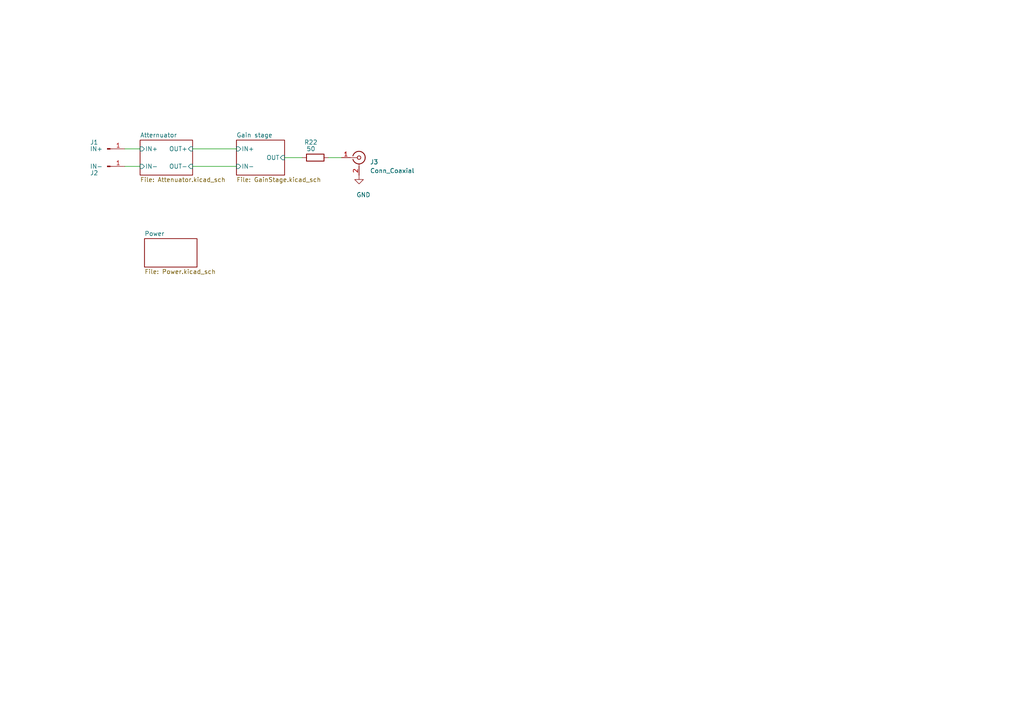
<source format=kicad_sch>
(kicad_sch (version 20211123) (generator eeschema)
  (paper "A4")
  (lib_symbols
    (symbol "Connector:Conn_01x01_Male" (pin_names (offset 1.016) hide)
      (property "Reference" "J" (at 0 2.54 0))
      (property "Value" "Conn_01x01_Male" (at 0 -2.54 0))
      (symbol "Conn_01x01_Male_1_1"
        (polyline (pts (xy 1.27 0) (xy 0.8636 0)) (stroke (width 0.1524)))
        (rectangle (start 0.8636 0.127) (end 0 -0.127) (stroke (width 0.1524)) (fill (type outline)))
        (pin passive line (at 5.08 0 180) (length 3.81) (name "Pin_1") (number "1"))
      )
    )
    (symbol "Connector:Conn_Coaxial" (pin_names (offset 1.016) hide)
      (property "Reference" "J" (at 0.254 3.048 0))
      (property "Value" "Conn_Coaxial" (at 2.921 0 90))
      (symbol "Conn_Coaxial_0_1"
        (arc (start -1.778 -0.508) (mid 0.222 -1.808) (end 1.778 0) (stroke (width 0.254)))
        (polyline (pts (xy -2.54 0) (xy -0.508 0)))
        (polyline (pts (xy 0 -2.54) (xy 0 -1.778)))
        (circle (center 0 0) (radius 0.508) (stroke (width 0.2032)))
        (arc (start 1.778 0) (mid 0.222 1.8083) (end -1.778 0.508) (stroke (width 0.254)))
      )
      (symbol "Conn_Coaxial_1_1"
        (pin passive line (at -5.08 0 0) (length 2.54) (name "In") (number "1"))
        (pin passive line (at 0 -5.08 90) (length 2.54) (name "Ext") (number "2"))
      )
    )
    (symbol "Device:R" (pin_numbers hide) (pin_names (offset 0))
      (property "Reference" "R" (at 2.032 0 90))
      (property "Value" "R" (at 0 0 90))
      (symbol "R_0_1"
        (rectangle (start -1.016 -2.54) (end 1.016 2.54) (stroke (width 0.254)))
      )
      (symbol "R_1_1"
        (pin passive line (at 0 3.81 270) (length 1.27) (name "~") (number "1"))
        (pin passive line (at 0 -3.81 90) (length 1.27) (name "~") (number "2"))
      )
    )
    (symbol "power:GND" (power) (pin_names (offset 0))
      (property "Value" "GND" (at 0 -3.81 0))
      (symbol "GND_0_1"
        (polyline (pts (xy 0 0) (xy 0 -1.27) (xy 1.27 -1.27) (xy 0 -2.54) (xy -1.27 -1.27) (xy 0 -1.27)))
      )
      (symbol "GND_1_1"
        (pin power_in line (at 0 0 270) (length 0) hide (name "GND") (number "1"))
      )
    )
  )
  (wire (pts (xy 95.25 45.72) (xy 99.06 45.72)))
  (wire (pts (xy 36.195 48.26) (xy 40.64 48.26)))
  (wire (pts (xy 40.64 43.18) (xy 36.195 43.18)))
  (wire (pts (xy 55.88 48.26) (xy 68.58 48.26)))
  (wire (pts (xy 55.88 43.18) (xy 68.58 43.18)))
  (wire (pts (xy 82.55 45.72) (xy 87.63 45.72)))
  (symbol (lib_id "Device:R") (at 91.44 45.72 270) (unit 1)
    (property "Reference" "R22" (at 90.17 41.275 90))
    (property "Value" "50" (at 90.17 43.18 90))
    (property "Footprint" "Resistor_SMD:R_0603_1608Metric" (effects hide))
  )
  (symbol (lib_id "Connector:Conn_Coaxial") (at 104.14 45.72 0) (unit 1)
    (property "Reference" "J3" (at 107.315 46.99 0) (effects (justify left)))
    (property "Value" "Conn_Coaxial" (at 107.315 49.53 0) (effects (justify left)))
    (property "Footprint" "Connector_Coaxial:SMA_Samtec_SMA-J-P-X-ST-EM1_EdgeMount" (effects hide))
    (property "Datasheet" " ~" (effects hide))
  )
  (symbol (lib_id "power:GND") (at 104.14 50.8 0) (unit 1)
    (property "Reference" "#PWR010" (effects hide))
    (property "Value" "GND" (at 105.41 56.515 0))
  )
  (symbol (lib_id "Connector:Conn_01x01_Male") (at 31.115 43.18 0) (unit 1)
    (property "Reference" "J1" (at 27.305 41.275 0))
    (property "Value" "IN+" (at 27.94 43.18 0))
    (property "Footprint" "Connector_PinHeader_1.00mm:PinHeader_1x01_P1.00mm_Horizontal" (effects hide))
  )
  (symbol (lib_id "Connector:Conn_01x01_Male") (at 31.115 48.26 0) (unit 1)
    (property "Reference" "J2" (at 27.305 50.165 0))
    (property "Value" "IN-" (at 27.94 48.26 0))
    (property "Footprint" "Connector_PinHeader_1.00mm:PinHeader_1x01_P1.00mm_Horizontal" (effects hide))
  )
  (sheet (at 41.91 69.215) (size 15.24 8.255)
    (property "Sheet name" "Power" (at 41.91 68.5034 0) (effects (justify left bottom)))
    (property "Sheet file" "Power.kicad_sch" (at 41.91 78.0546 0) (effects (justify left top)))
  )
  (sheet (at 40.64 40.64) (size 15.24 10.16)
    (property "Sheet name" "Atternuator" (at 40.64 39.9284 0) (effects (justify left bottom)))
    (property "Sheet file" "Attenuator.kicad_sch" (at 40.64 51.3846 0) (effects (justify left top)))
    (pin "OUT+" input (at 55.88 43.18 0))
    (pin "OUT-" input (at 55.88 48.26 0))
    (pin "IN+" input (at 40.64 43.18 180))
    (pin "IN-" input (at 40.64 48.26 180))
  )
  (sheet (at 68.58 40.64) (size 13.97 10.16)
    (property "Sheet name" "Gain stage" (at 68.58 39.9284 0) (effects (justify left bottom)))
    (property "Sheet file" "GainStage.kicad_sch" (at 68.58 51.3846 0) (effects (justify left top)))
    (pin "OUT" input (at 82.55 45.72 0))
    (pin "IN+" input (at 68.58 43.18 180))
    (pin "IN-" input (at 68.58 48.26 180))
  )
)
</source>
